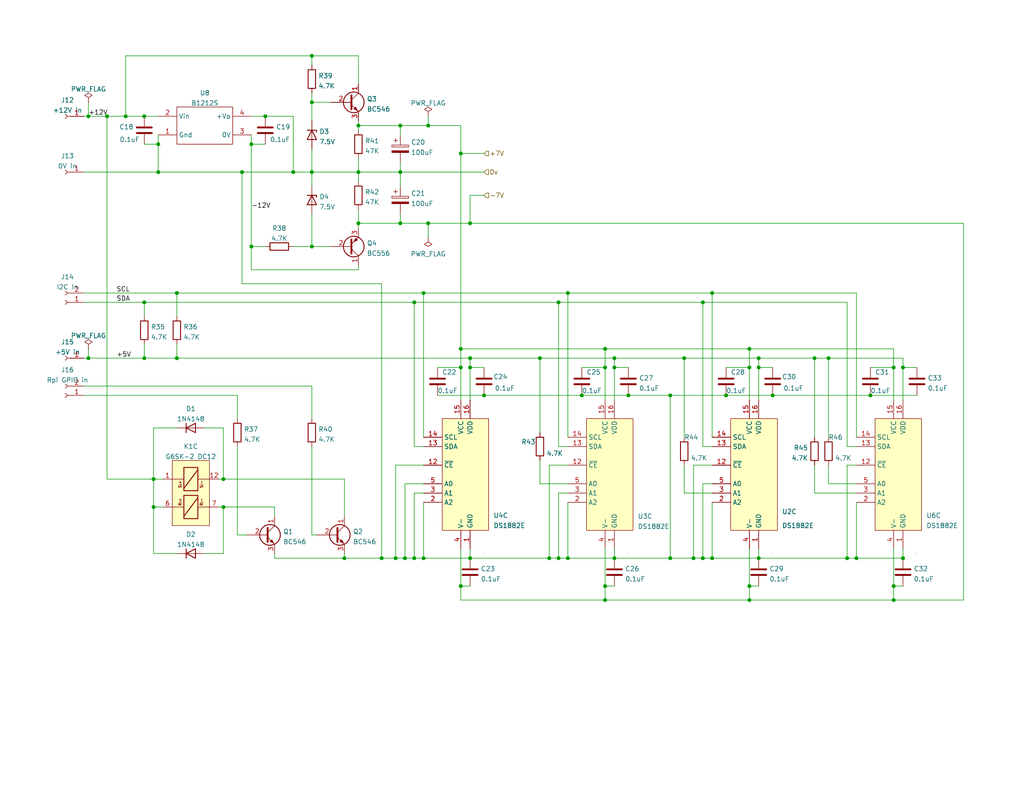
<source format=kicad_sch>
(kicad_sch (version 20211123) (generator eeschema)
  (paper "USLetter")
  (lib_symbols
    (symbol "Connector:Conn_01x01_Female" (pin_names (offset 1.016) hide)
      (property "Reference" "J" (at 0 2.54 0))
      (property "Value" "Conn_01x01_Female" (at 0 -2.54 0))
      (symbol "Conn_01x01_Female_1_1"
        (polyline (pts (xy -1.27 0) (xy -0.508 0)) (stroke (width 0.1524)))
        (arc (start 0 0.508) (mid -0.508 0) (end 0 -0.508) (stroke (width 0.1524)))
        (pin passive line (at -5.08 0 0) (length 3.81) (name "Pin_1") (number "1"))
      )
    )
    (symbol "Connector:Conn_01x02_Female" (pin_names (offset 1.016) hide)
      (property "Reference" "J" (at 0 2.54 0))
      (property "Value" "Conn_01x02_Female" (at 0 -5.08 0))
      (symbol "Conn_01x02_Female_1_1"
        (arc (start 0 -2.032) (mid -0.508 -2.54) (end 0 -3.048) (stroke (width 0.1524)))
        (polyline (pts (xy -1.27 -2.54) (xy -0.508 -2.54)) (stroke (width 0.1524)))
        (polyline (pts (xy -1.27 0) (xy -0.508 0)) (stroke (width 0.1524)))
        (arc (start 0 0.508) (mid -0.508 0) (end 0 -0.508) (stroke (width 0.1524)))
        (pin passive line (at -5.08 0 0) (length 3.81) (name "Pin_1") (number "1"))
        (pin passive line (at -5.08 -2.54 0) (length 3.81) (name "Pin_2") (number "2"))
      )
    )
    (symbol "Device:C" (pin_numbers hide) (pin_names (offset 0.254))
      (property "Reference" "C" (at 0.635 2.54 0))
      (property "Value" "C" (at 0.635 -2.54 0))
      (symbol "C_0_1"
        (polyline (pts (xy -2.032 -0.762) (xy 2.032 -0.762)) (stroke (width 0.508)))
        (polyline (pts (xy -2.032 0.762) (xy 2.032 0.762)) (stroke (width 0.508)))
      )
      (symbol "C_1_1"
        (pin passive line (at 0 3.81 270) (length 2.794) (name "~") (number "1"))
        (pin passive line (at 0 -3.81 90) (length 2.794) (name "~") (number "2"))
      )
    )
    (symbol "Device:C_Polarized" (pin_numbers hide) (pin_names (offset 0.254))
      (property "Reference" "C" (at 0.635 2.54 0))
      (property "Value" "C_Polarized" (at 0.635 -2.54 0))
      (symbol "C_Polarized_0_1"
        (rectangle (start -2.286 0.508) (end 2.286 1.016))
        (polyline (pts (xy -1.778 2.286) (xy -0.762 2.286)))
        (polyline (pts (xy -1.27 2.794) (xy -1.27 1.778)))
        (rectangle (start 2.286 -0.508) (end -2.286 -1.016) (fill (type outline)))
      )
      (symbol "C_Polarized_1_1"
        (pin passive line (at 0 3.81 270) (length 2.794) (name "~") (number "1"))
        (pin passive line (at 0 -3.81 90) (length 2.794) (name "~") (number "2"))
      )
    )
    (symbol "Device:D" (pin_numbers hide) (pin_names (offset 1.016) hide)
      (property "Reference" "D" (at 0 2.54 0))
      (property "Value" "D" (at 0 -2.54 0))
      (symbol "D_0_1"
        (polyline (pts (xy -1.27 1.27) (xy -1.27 -1.27)) (stroke (width 0.254)))
        (polyline (pts (xy 1.27 0) (xy -1.27 0)))
        (polyline (pts (xy 1.27 1.27) (xy 1.27 -1.27) (xy -1.27 0) (xy 1.27 1.27)) (stroke (width 0.254)))
      )
      (symbol "D_1_1"
        (pin passive line (at -3.81 0 0) (length 2.54) (name "K") (number "1"))
        (pin passive line (at 3.81 0 180) (length 2.54) (name "A") (number "2"))
      )
    )
    (symbol "Device:D_Zener" (pin_numbers hide) (pin_names (offset 1.016) hide)
      (property "Reference" "D" (at 0 2.54 0))
      (property "Value" "D_Zener" (at 0 -2.54 0))
      (symbol "D_Zener_0_1"
        (polyline (pts (xy 1.27 0) (xy -1.27 0)))
        (polyline (pts (xy -1.27 -1.27) (xy -1.27 1.27) (xy -0.762 1.27)) (stroke (width 0.254)))
        (polyline (pts (xy 1.27 -1.27) (xy 1.27 1.27) (xy -1.27 0) (xy 1.27 -1.27)) (stroke (width 0.254)))
      )
      (symbol "D_Zener_1_1"
        (pin passive line (at -3.81 0 0) (length 2.54) (name "K") (number "1"))
        (pin passive line (at 3.81 0 180) (length 2.54) (name "A") (number "2"))
      )
    )
    (symbol "Device:Q_NPN_CBE" (pin_names (offset 0) hide)
      (property "Reference" "Q" (at 5.08 1.27 0))
      (property "Value" "Q_NPN_CBE" (at 5.08 -1.27 0))
      (symbol "Q_NPN_CBE_0_1"
        (polyline (pts (xy 0.635 0.635) (xy 2.54 2.54)))
        (polyline (pts (xy 0.635 -0.635) (xy 2.54 -2.54) (xy 2.54 -2.54)))
        (polyline (pts (xy 0.635 1.905) (xy 0.635 -1.905) (xy 0.635 -1.905)) (stroke (width 0.508)))
        (polyline (pts (xy 1.27 -1.778) (xy 1.778 -1.27) (xy 2.286 -2.286) (xy 1.27 -1.778) (xy 1.27 -1.778)) (fill (type outline)))
        (circle (center 1.27 0) (radius 2.8194) (stroke (width 0.254)))
      )
      (symbol "Q_NPN_CBE_1_1"
        (pin passive line (at 2.54 5.08 270) (length 2.54) (name "C") (number "1"))
        (pin input line (at -5.08 0 0) (length 5.715) (name "B") (number "2"))
        (pin passive line (at 2.54 -5.08 90) (length 2.54) (name "E") (number "3"))
      )
    )
    (symbol "Device:R" (pin_numbers hide) (pin_names (offset 0))
      (property "Reference" "R" (at 2.032 0 90))
      (property "Value" "R" (at 0 0 90))
      (symbol "R_0_1"
        (rectangle (start -1.016 -2.54) (end 1.016 2.54) (stroke (width 0.254)))
      )
      (symbol "R_1_1"
        (pin passive line (at 0 3.81 270) (length 1.27) (name "~") (number "1"))
        (pin passive line (at 0 -3.81 90) (length 1.27) (name "~") (number "2"))
      )
    )
    (symbol "My_Extras:B1212S"
      (property "Reference" "U" (at 0 -8.89 0))
      (property "Value" "B1212S" (at 0 6.35 0))
      (symbol "B1212S_0_1"
        (rectangle (start -7.62 3.81) (end 7.62 -6.35))
      )
      (symbol "B1212S_1_1"
        (pin power_in line (at -12.7 -3.81 0) (length 5.08) (name "Gnd") (number "1"))
        (pin power_in line (at -12.7 1.27 0) (length 5.08) (name "Vin") (number "2"))
        (pin power_out line (at 12.7 -3.81 180) (length 5.08) (name "0V") (number "3"))
        (pin power_out line (at 12.7 1.27 180) (length 5.08) (name "+Vo") (number "4"))
      )
    )
    (symbol "My_Extras:DS1882E"
      (property "Reference" "U" (at 2.54 17.78 0))
      (property "Value" "DS1882E" (at 7.62 -17.78 0))
      (symbol "DS1882E_0_1"
        (rectangle (start 3.81 -21.59) (end 3.81 -21.59))
      )
      (symbol "DS1882E_1_1"
        (rectangle (start -5.334 5.08) (end 2.286 -5.08) (fill (type background)))
        (rectangle (start -3.048 1.524) (end -2.032 -1.778) (stroke (width 0.1)))
        (polyline (pts (xy -2.54 -1.778) (xy -2.54 -2.286)) (stroke (width 0.1)))
        (polyline (pts (xy -2.54 1.524) (xy -2.54 2.032)) (stroke (width 0.1)))
        (polyline (pts (xy -2.032 0) (xy -1.778 -0.254)) (stroke (width 0.1)))
        (polyline (pts (xy -2.032 0) (xy -1.778 0.254)) (stroke (width 0.1)))
        (polyline (pts (xy -0.762 0) (xy -2.032 0)) (stroke (width 0.1)))
        (pin passive line (at 7.62 0 180) (length 5.08) (name "W0") (number "6"))
        (pin passive line (at -2.54 -10.16 90) (length 5.08) (name "L0") (number "7"))
        (pin passive line (at -2.54 10.16 270) (length 5.08) (name "H0") (number "8"))
      )
      (symbol "DS1882E_2_1"
        (rectangle (start -5.334 5.08) (end 2.286 -5.08) (fill (type background)))
        (rectangle (start -3.048 1.524) (end -2.032 -1.778) (stroke (width 0.1)))
        (polyline (pts (xy -2.54 -1.778) (xy -2.54 -2.286)) (stroke (width 0.1)))
        (polyline (pts (xy -2.54 1.524) (xy -2.54 2.032)) (stroke (width 0.1)))
        (polyline (pts (xy -2.032 0) (xy -1.778 -0.254)) (stroke (width 0.1)))
        (polyline (pts (xy -2.032 0) (xy -1.778 0.254)) (stroke (width 0.1)))
        (polyline (pts (xy -0.762 0) (xy -2.032 0)) (stroke (width 0.1)))
        (pin passive line (at -2.54 10.16 270) (length 5.08) (name "H1") (number "10"))
        (pin passive line (at 7.62 0 180) (length 5.08) (name "W1") (number "11"))
        (pin passive line (at -2.54 -10.16 90) (length 5.08) (name "L1") (number "9"))
      )
      (symbol "DS1882E_3_1"
        (rectangle (start -7.62 15.24) (end 5.08 -15.24) (fill (type background)))
        (pin power_in line (at 0 -20.32 90) (length 5.08) (name "GND") (number "1"))
        (pin input line (at -12.7 2.54 0) (length 5.08) (name "~{CE}") (number "12"))
        (pin input line (at -12.7 7.62 0) (length 5.08) (name "SDA") (number "13"))
        (pin input line (at -12.7 10.16 0) (length 5.08) (name "SCL") (number "14"))
        (pin power_in line (at -2.54 20.32 270) (length 5.08) (name "VCC") (number "15"))
        (pin power_in line (at 0 20.32 270) (length 5.08) (name "VDD") (number "16"))
        (pin input line (at -12.7 -7.62 0) (length 5.08) (name "A2") (number "2"))
        (pin input line (at -12.7 -5.08 0) (length 5.08) (name "A1") (number "3"))
        (pin power_in line (at -2.54 -20.32 90) (length 5.08) (name "V-") (number "4"))
        (pin input line (at -12.7 -2.54 0) (length 5.08) (name "A0") (number "5"))
      )
    )
    (symbol "My_Extras:G6SK-2"
      (property "Reference" "K" (at 2.54 10.16 0))
      (property "Value" "G6SK-2" (at 2.54 -12.7 0))
      (symbol "G6SK-2_1_1"
        (rectangle (start -5.08 5.08) (end 5.08 -5.08) (stroke (width 0.254)) (fill (type background)))
        (polyline (pts (xy 2.54 0) (xy -3.81 1.905)) (stroke (width 0.508)))
        (polyline (pts (xy 2.54 0) (xy 5.08 0)))
        (polyline (pts (xy -5.08 -2.54) (xy -2.54 -2.54) (xy -3.175 -1.905) (xy -3.81 -2.54)))
        (polyline (pts (xy -5.08 2.54) (xy -2.54 2.54) (xy -3.175 1.905) (xy -3.81 2.54)) (fill (type outline)))
        (pin passive line (at -7.62 2.54 0) (length 2.54) (name "~") (number "3"))
        (pin passive line (at 7.62 0 180) (length 2.54) (name "~") (number "4"))
        (pin passive line (at -7.62 -2.54 0) (length 2.54) (name "~") (number "5"))
      )
      (symbol "G6SK-2_2_1"
        (rectangle (start -5.08 5.08) (end 5.08 -5.08) (stroke (width 0.254)) (fill (type background)))
        (polyline (pts (xy 2.54 0) (xy -3.81 1.905)) (stroke (width 0.508)))
        (polyline (pts (xy 2.54 0) (xy 5.08 0)))
        (polyline (pts (xy -5.08 -2.54) (xy -2.54 -2.54) (xy -3.175 -1.905) (xy -3.81 -2.54)))
        (polyline (pts (xy -5.08 2.54) (xy -2.54 2.54) (xy -3.175 1.905) (xy -3.81 2.54)) (fill (type outline)))
        (pin passive line (at -7.62 2.54 0) (length 2.54) (name "~") (number "10"))
        (pin passive line (at -7.62 -2.54 0) (length 2.54) (name "~") (number "8"))
        (pin passive line (at 7.62 0 180) (length 2.54) (name "~") (number "9"))
      )
      (symbol "G6SK-2_3_0"
        (text "R:+" (at -2.921 -3.683 900) (effects (font (size 0.762 0.762))))
        (text "R:-" (at 2.921 -3.683 900) (effects (font (size 0.762 0.762))))
        (text "S:+" (at -2.921 1.143 900) (effects (font (size 0.762 0.762))))
        (text "S:-" (at 2.921 1.143 900) (effects (font (size 0.762 0.762))))
      )
      (symbol "G6SK-2_3_1"
        (rectangle (start -5.08 7.62) (end 5.08 -10.16) (fill (type background)))
        (polyline (pts (xy -5.08 -5.08) (xy -1.905 -5.08)))
        (polyline (pts (xy -5.08 2.54) (xy -1.905 2.54)))
        (polyline (pts (xy 1.905 -2.54) (xy -1.905 -7.62)) (stroke (width 0.254)))
        (polyline (pts (xy 1.905 5.08) (xy -1.905 0)) (stroke (width 0.254)))
        (polyline (pts (xy 5.08 -5.08) (xy 1.905 -5.08)))
        (polyline (pts (xy 5.08 2.54) (xy 1.905 2.54)))
        (rectangle (start 1.905 -8.255) (end -1.905 -1.905) (stroke (width 0.254)))
        (rectangle (start 1.905 -0.635) (end -1.905 5.715) (stroke (width 0.254)))
        (pin passive line (at -7.62 2.54 0) (length 2.54) (name "~") (number "1"))
        (pin passive line (at 7.62 2.54 180) (length 2.54) (name "~") (number "12"))
        (pin passive line (at -7.62 -5.08 0) (length 2.54) (name "~") (number "6"))
        (pin passive line (at 7.62 -5.08 180) (length 2.54) (name "~") (number "7"))
      )
    )
    (symbol "Transistor_BJT:BC556" (pin_names (offset 0) hide)
      (property "Reference" "Q" (at 5.08 1.905 0))
      (property "Value" "BC556" (at 5.08 0 0))
      (symbol "BC556_0_1"
        (polyline (pts (xy 0.635 0.635) (xy 2.54 2.54)))
        (polyline (pts (xy 0.635 -0.635) (xy 2.54 -2.54) (xy 2.54 -2.54)))
        (polyline (pts (xy 0.635 1.905) (xy 0.635 -1.905) (xy 0.635 -1.905)) (stroke (width 0.508)))
        (polyline (pts (xy 2.286 -1.778) (xy 1.778 -2.286) (xy 1.27 -1.27) (xy 2.286 -1.778) (xy 2.286 -1.778)) (fill (type outline)))
        (circle (center 1.27 0) (radius 2.8194) (stroke (width 0.254)))
      )
      (symbol "BC556_1_1"
        (pin passive line (at 2.54 5.08 270) (length 2.54) (name "C") (number "1"))
        (pin input line (at -5.08 0 0) (length 5.715) (name "B") (number "2"))
        (pin passive line (at 2.54 -5.08 90) (length 2.54) (name "E") (number "3"))
      )
    )
    (symbol "power:PWR_FLAG" (power) (pin_numbers hide) (pin_names (offset 0) hide)
      (property "Value" "PWR_FLAG" (at 0 3.81 0))
      (symbol "PWR_FLAG_0_0"
        (pin power_out line (at 0 0 90) (length 0) (name "pwr") (number "1"))
      )
      (symbol "PWR_FLAG_0_1"
        (polyline (pts (xy 0 0) (xy 0 1.27) (xy -1.016 1.905) (xy 0 2.54) (xy 1.016 1.905) (xy 0 1.27)))
      )
    )
  )
  (junction (at 210.82 107.95))
  (junction (at 207.01 97.79))
  (junction (at 125.73 41.91))
  (junction (at 34.29 31.75))
  (junction (at 39.37 82.55))
  (junction (at 128.27 100.33))
  (junction (at 109.22 46.99))
  (junction (at 207.01 152.4))
  (junction (at 43.18 46.99))
  (junction (at 147.32 97.79))
  (junction (at 194.31 152.4))
  (junction (at 222.25 97.79))
  (junction (at 93.98 152.4))
  (junction (at 149.86 152.4))
  (junction (at 165.1 163.83))
  (junction (at 182.88 152.4))
  (junction (at 171.45 107.95))
  (junction (at 48.26 97.79))
  (junction (at 68.58 67.31))
  (junction (at 204.47 95.25))
  (junction (at 85.09 27.94))
  (junction (at 85.09 46.99))
  (junction (at 24.13 31.75))
  (junction (at 125.73 95.25))
  (junction (at 39.37 31.75))
  (junction (at 204.47 160.02))
  (junction (at 66.04 46.99))
  (junction (at 243.84 163.83))
  (junction (at 97.79 60.96))
  (junction (at 113.03 152.4))
  (junction (at 154.94 152.4))
  (junction (at 97.79 34.29))
  (junction (at 194.31 80.01))
  (junction (at 97.79 46.99))
  (junction (at 115.57 80.01))
  (junction (at 189.23 152.4))
  (junction (at 110.49 152.4))
  (junction (at 198.12 107.95))
  (junction (at 167.64 152.4))
  (junction (at 68.58 39.37))
  (junction (at 128.27 60.96))
  (junction (at 116.84 60.96))
  (junction (at 165.1 100.33))
  (junction (at 29.21 31.75))
  (junction (at 39.37 97.79))
  (junction (at 243.84 100.33))
  (junction (at 186.69 97.79))
  (junction (at 191.77 152.4))
  (junction (at 132.08 107.95))
  (junction (at 167.64 97.79))
  (junction (at 165.1 95.25))
  (junction (at 237.49 107.95))
  (junction (at 115.57 152.4))
  (junction (at 80.01 46.99))
  (junction (at 113.03 82.55))
  (junction (at 246.38 100.33))
  (junction (at 109.22 34.29))
  (junction (at 182.88 107.95))
  (junction (at 231.14 152.4))
  (junction (at 191.77 82.55))
  (junction (at 154.94 80.01))
  (junction (at 116.84 34.29))
  (junction (at 41.91 130.81))
  (junction (at 24.13 97.79))
  (junction (at 85.09 15.24))
  (junction (at 60.96 130.81))
  (junction (at 165.1 160.02))
  (junction (at 125.73 160.02))
  (junction (at 246.38 152.4))
  (junction (at 233.68 152.4))
  (junction (at 226.06 97.79))
  (junction (at 167.64 100.33))
  (junction (at 204.47 163.83))
  (junction (at 152.4 82.55))
  (junction (at 41.91 138.43))
  (junction (at 109.22 60.96))
  (junction (at 128.27 152.4))
  (junction (at 207.01 100.33))
  (junction (at 48.26 80.01))
  (junction (at 43.18 39.37))
  (junction (at 204.47 100.33))
  (junction (at 243.84 160.02))
  (junction (at 104.14 152.4))
  (junction (at 60.96 138.43))
  (junction (at 72.39 31.75))
  (junction (at 158.75 107.95))
  (junction (at 107.95 152.4))
  (junction (at 125.73 100.33))
  (junction (at 152.4 152.4))
  (junction (at 128.27 97.79))
  (junction (at 85.09 67.31))
  (wire (pts (xy 194.31 132.08) (xy 191.77 132.08)))
  (wire (pts (xy 154.94 80.01) (xy 194.31 80.01)))
  (wire (pts (xy 115.57 152.4) (xy 113.03 152.4)))
  (wire (pts (xy 128.27 109.22) (xy 128.27 100.33)))
  (wire (pts (xy 233.68 134.62) (xy 222.25 134.62)))
  (wire (pts (xy 85.09 15.24) (xy 34.29 15.24)))
  (wire (pts (xy 233.68 137.16) (xy 233.68 152.4)))
  (wire (pts (xy 152.4 82.55) (xy 191.77 82.55)))
  (wire (pts (xy 80.01 46.99) (xy 85.09 46.99)))
  (wire (pts (xy 109.22 60.96) (xy 97.79 60.96)))
  (wire (pts (xy 74.93 152.4) (xy 93.98 152.4)))
  (wire (pts (xy 128.27 97.79) (xy 147.32 97.79)))
  (wire (pts (xy 222.25 127) (xy 222.25 134.62)))
  (wire (pts (xy 182.88 107.95) (xy 182.88 152.4)))
  (wire (pts (xy 85.09 33.02) (xy 85.09 27.94)))
  (wire (pts (xy 41.91 116.84) (xy 48.26 116.84)))
  (wire (pts (xy 107.95 127) (xy 115.57 127)))
  (wire (pts (xy 246.38 100.33) (xy 246.38 109.22)))
  (wire (pts (xy 24.13 31.75) (xy 29.21 31.75)))
  (wire (pts (xy 182.88 152.4) (xy 189.23 152.4)))
  (wire (pts (xy 207.01 97.79) (xy 207.01 100.33)))
  (wire (pts (xy 39.37 93.98) (xy 39.37 97.79)))
  (wire (pts (xy 204.47 149.86) (xy 204.47 160.02)))
  (wire (pts (xy 109.22 58.42) (xy 109.22 60.96)))
  (wire (pts (xy 125.73 95.25) (xy 165.1 95.25)))
  (wire (pts (xy 154.94 137.16) (xy 154.94 152.4)))
  (wire (pts (xy 60.96 138.43) (xy 74.93 138.43)))
  (wire (pts (xy 147.32 97.79) (xy 167.64 97.79)))
  (wire (pts (xy 90.17 67.31) (xy 85.09 67.31)))
  (wire (pts (xy 165.1 163.83) (xy 204.47 163.83)))
  (wire (pts (xy 125.73 41.91) (xy 125.73 34.29)))
  (wire (pts (xy 85.09 67.31) (xy 85.09 58.42)))
  (wire (pts (xy 116.84 31.75) (xy 116.84 34.29)))
  (wire (pts (xy 191.77 82.55) (xy 231.14 82.55)))
  (wire (pts (xy 48.26 93.98) (xy 48.26 97.79)))
  (wire (pts (xy 243.84 95.25) (xy 243.84 100.33)))
  (wire (pts (xy 119.38 107.95) (xy 132.08 107.95)))
  (wire (pts (xy 158.75 107.95) (xy 132.08 107.95)))
  (wire (pts (xy 207.01 97.79) (xy 222.25 97.79)))
  (wire (pts (xy 182.88 107.95) (xy 171.45 107.95)))
  (wire (pts (xy 207.01 152.4) (xy 231.14 152.4)))
  (wire (pts (xy 60.96 151.13) (xy 60.96 138.43)))
  (wire (pts (xy 207.01 160.02) (xy 204.47 160.02)))
  (wire (pts (xy 48.26 86.36) (xy 48.26 80.01)))
  (wire (pts (xy 115.57 80.01) (xy 115.57 119.38)))
  (wire (pts (xy 72.39 31.75) (xy 68.58 31.75)))
  (wire (pts (xy 222.25 119.38) (xy 222.25 97.79)))
  (wire (pts (xy 125.73 163.83) (xy 125.73 160.02)))
  (wire (pts (xy 152.4 134.62) (xy 152.4 152.4)))
  (wire (pts (xy 147.32 118.11) (xy 147.32 97.79)))
  (wire (pts (xy 55.88 151.13) (xy 60.96 151.13)))
  (wire (pts (xy 194.31 80.01) (xy 233.68 80.01)))
  (wire (pts (xy 262.89 163.83) (xy 243.84 163.83)))
  (wire (pts (xy 194.31 127) (xy 189.23 127)))
  (wire (pts (xy 226.06 127) (xy 226.06 132.08)))
  (wire (pts (xy 74.93 140.97) (xy 74.93 138.43)))
  (wire (pts (xy 113.03 152.4) (xy 110.49 152.4)))
  (wire (pts (xy 109.22 46.99) (xy 109.22 50.8)))
  (wire (pts (xy 149.86 152.4) (xy 152.4 152.4)))
  (wire (pts (xy 97.79 43.18) (xy 97.79 46.99)))
  (wire (pts (xy 115.57 137.16) (xy 115.57 152.4)))
  (wire (pts (xy 128.27 152.4) (xy 115.57 152.4)))
  (wire (pts (xy 64.77 146.05) (xy 67.31 146.05)))
  (wire (pts (xy 231.14 127) (xy 231.14 152.4)))
  (wire (pts (xy 59.69 138.43) (xy 60.96 138.43)))
  (wire (pts (xy 85.09 105.41) (xy 22.86 105.41)))
  (wire (pts (xy 48.26 97.79) (xy 128.27 97.79)))
  (wire (pts (xy 149.86 127) (xy 149.86 152.4)))
  (wire (pts (xy 246.38 97.79) (xy 246.38 100.33)))
  (wire (pts (xy 110.49 132.08) (xy 110.49 152.4)))
  (wire (pts (xy 66.04 46.99) (xy 80.01 46.99)))
  (wire (pts (xy 128.27 53.34) (xy 128.27 60.96)))
  (wire (pts (xy 165.1 95.25) (xy 204.47 95.25)))
  (wire (pts (xy 24.13 27.94) (xy 24.13 31.75)))
  (wire (pts (xy 233.68 152.4) (xy 246.38 152.4)))
  (wire (pts (xy 34.29 15.24) (xy 34.29 31.75)))
  (wire (pts (xy 147.32 125.73) (xy 147.32 132.08)))
  (wire (pts (xy 43.18 46.99) (xy 66.04 46.99)))
  (wire (pts (xy 128.27 149.86) (xy 128.27 152.4)))
  (wire (pts (xy 233.68 80.01) (xy 233.68 119.38)))
  (wire (pts (xy 152.4 134.62) (xy 154.94 134.62)))
  (wire (pts (xy 119.38 100.33) (xy 125.73 100.33)))
  (wire (pts (xy 154.94 127) (xy 149.86 127)))
  (wire (pts (xy 64.77 121.92) (xy 64.77 146.05)))
  (wire (pts (xy 125.73 163.83) (xy 165.1 163.83)))
  (wire (pts (xy 116.84 64.77) (xy 116.84 60.96)))
  (wire (pts (xy 41.91 138.43) (xy 41.91 151.13)))
  (wire (pts (xy 243.84 160.02) (xy 243.84 163.83)))
  (wire (pts (xy 85.09 46.99) (xy 97.79 46.99)))
  (wire (pts (xy 204.47 95.25) (xy 243.84 95.25)))
  (wire (pts (xy 128.27 100.33) (xy 128.27 97.79)))
  (wire (pts (xy 22.86 107.95) (xy 64.77 107.95)))
  (wire (pts (xy 80.01 67.31) (xy 85.09 67.31)))
  (wire (pts (xy 186.69 119.38) (xy 186.69 97.79)))
  (wire (pts (xy 167.64 152.4) (xy 182.88 152.4)))
  (wire (pts (xy 85.09 105.41) (xy 85.09 114.3)))
  (wire (pts (xy 74.93 151.13) (xy 74.93 152.4)))
  (wire (pts (xy 165.1 100.33) (xy 158.75 100.33)))
  (wire (pts (xy 116.84 34.29) (xy 125.73 34.29)))
  (wire (pts (xy 72.39 39.37) (xy 68.58 39.37)))
  (wire (pts (xy 116.84 60.96) (xy 128.27 60.96)))
  (wire (pts (xy 97.79 62.23) (xy 97.79 60.96)))
  (wire (pts (xy 29.21 31.75) (xy 34.29 31.75)))
  (wire (pts (xy 233.68 132.08) (xy 226.06 132.08)))
  (wire (pts (xy 113.03 121.92) (xy 113.03 82.55)))
  (wire (pts (xy 97.79 22.86) (xy 97.79 15.24)))
  (wire (pts (xy 194.31 134.62) (xy 186.69 134.62)))
  (wire (pts (xy 191.77 152.4) (xy 194.31 152.4)))
  (wire (pts (xy 109.22 46.99) (xy 132.08 46.99)))
  (wire (pts (xy 107.95 152.4) (xy 107.95 127)))
  (wire (pts (xy 80.01 31.75) (xy 72.39 31.75)))
  (wire (pts (xy 165.1 149.86) (xy 165.1 160.02)))
  (wire (pts (xy 128.27 60.96) (xy 262.89 60.96)))
  (wire (pts (xy 41.91 138.43) (xy 41.91 130.81)))
  (wire (pts (xy 158.75 107.95) (xy 171.45 107.95)))
  (wire (pts (xy 194.31 80.01) (xy 194.31 119.38)))
  (wire (pts (xy 186.69 97.79) (xy 207.01 97.79)))
  (wire (pts (xy 246.38 160.02) (xy 243.84 160.02)))
  (wire (pts (xy 48.26 80.01) (xy 22.86 80.01)))
  (wire (pts (xy 60.96 130.81) (xy 93.98 130.81)))
  (wire (pts (xy 113.03 134.62) (xy 113.03 152.4)))
  (wire (pts (xy 109.22 34.29) (xy 116.84 34.29)))
  (wire (pts (xy 194.31 121.92) (xy 191.77 121.92)))
  (wire (pts (xy 226.06 119.38) (xy 226.06 97.79)))
  (wire (pts (xy 191.77 132.08) (xy 191.77 152.4)))
  (wire (pts (xy 210.82 100.33) (xy 207.01 100.33)))
  (wire (pts (xy 154.94 80.01) (xy 154.94 119.38)))
  (wire (pts (xy 64.77 107.95) (xy 64.77 114.3)))
  (wire (pts (xy 41.91 130.81) (xy 41.91 116.84)))
  (wire (pts (xy 165.1 95.25) (xy 165.1 100.33)))
  (wire (pts (xy 115.57 80.01) (xy 48.26 80.01)))
  (wire (pts (xy 128.27 152.4) (xy 149.86 152.4)))
  (wire (pts (xy 233.68 127) (xy 231.14 127)))
  (wire (pts (xy 22.86 31.75) (xy 24.13 31.75)))
  (wire (pts (xy 85.09 27.94) (xy 85.09 25.4)))
  (wire (pts (xy 167.64 100.33) (xy 167.64 97.79)))
  (wire (pts (xy 237.49 107.95) (xy 250.19 107.95)))
  (wire (pts (xy 152.4 152.4) (xy 154.94 152.4)))
  (wire (pts (xy 60.96 130.81) (xy 60.96 116.84)))
  (wire (pts (xy 115.57 132.08) (xy 110.49 132.08)))
  (wire (pts (xy 93.98 151.13) (xy 93.98 152.4)))
  (wire (pts (xy 39.37 86.36) (xy 39.37 82.55)))
  (wire (pts (xy 132.08 53.34) (xy 128.27 53.34)))
  (wire (pts (xy 34.29 31.75) (xy 39.37 31.75)))
  (wire (pts (xy 128.27 160.02) (xy 125.73 160.02)))
  (wire (pts (xy 39.37 31.75) (xy 43.18 31.75)))
  (wire (pts (xy 231.14 152.4) (xy 233.68 152.4)))
  (wire (pts (xy 104.14 77.47) (xy 66.04 77.47)))
  (wire (pts (xy 226.06 97.79) (xy 246.38 97.79)))
  (wire (pts (xy 43.18 46.99) (xy 43.18 39.37)))
  (wire (pts (xy 68.58 73.66) (xy 68.58 67.31)))
  (wire (pts (xy 43.18 39.37) (xy 43.18 36.83)))
  (wire (pts (xy 93.98 152.4) (xy 104.14 152.4)))
  (wire (pts (xy 60.96 116.84) (xy 55.88 116.84)))
  (wire (pts (xy 194.31 152.4) (xy 207.01 152.4)))
  (wire (pts (xy 167.64 97.79) (xy 186.69 97.79)))
  (wire (pts (xy 41.91 151.13) (xy 48.26 151.13)))
  (wire (pts (xy 165.1 100.33) (xy 165.1 109.22)))
  (wire (pts (xy 125.73 95.25) (xy 125.73 100.33)))
  (wire (pts (xy 44.45 130.81) (xy 41.91 130.81)))
  (wire (pts (xy 85.09 121.92) (xy 85.09 146.05)))
  (wire (pts (xy 237.49 107.95) (xy 210.82 107.95)))
  (wire (pts (xy 44.45 138.43) (xy 41.91 138.43)))
  (wire (pts (xy 104.14 152.4) (xy 107.95 152.4)))
  (wire (pts (xy 90.17 27.94) (xy 85.09 27.94)))
  (wire (pts (xy 29.21 130.81) (xy 41.91 130.81)))
  (wire (pts (xy 86.36 146.05) (xy 85.09 146.05)))
  (wire (pts (xy 222.25 97.79) (xy 226.06 97.79)))
  (wire (pts (xy 109.22 60.96) (xy 116.84 60.96)))
  (wire (pts (xy 39.37 82.55) (xy 113.03 82.55)))
  (wire (pts (xy 167.64 160.02) (xy 165.1 160.02)))
  (wire (pts (xy 194.31 137.16) (xy 194.31 152.4)))
  (wire (pts (xy 204.47 95.25) (xy 204.47 100.33)))
  (wire (pts (xy 204.47 100.33) (xy 204.47 109.22)))
  (wire (pts (xy 189.23 152.4) (xy 191.77 152.4)))
  (wire (pts (xy 191.77 82.55) (xy 191.77 121.92)))
  (wire (pts (xy 115.57 134.62) (xy 113.03 134.62)))
  (wire (pts (xy 66.04 77.47) (xy 66.04 46.99)))
  (wire (pts (xy 109.22 34.29) (xy 97.79 34.29)))
  (wire (pts (xy 97.79 60.96) (xy 97.79 57.15)))
  (wire (pts (xy 246.38 152.4) (xy 246.38 149.86)))
  (wire (pts (xy 29.21 31.75) (xy 29.21 130.81)))
  (wire (pts (xy 68.58 39.37) (xy 68.58 67.31)))
  (wire (pts (xy 93.98 130.81) (xy 93.98 140.97)))
  (wire (pts (xy 132.08 100.33) (xy 128.27 100.33)))
  (wire (pts (xy 165.1 160.02) (xy 165.1 163.83)))
  (wire (pts (xy 154.94 121.92) (xy 152.4 121.92)))
  (wire (pts (xy 60.96 130.81) (xy 59.69 130.81)))
  (wire (pts (xy 39.37 39.37) (xy 43.18 39.37)))
  (wire (pts (xy 97.79 73.66) (xy 68.58 73.66)))
  (wire (pts (xy 233.68 121.92) (xy 231.14 121.92)))
  (wire (pts (xy 204.47 160.02) (xy 204.47 163.83)))
  (wire (pts (xy 186.69 127) (xy 186.69 134.62)))
  (wire (pts (xy 85.09 46.99) (xy 85.09 40.64)))
  (wire (pts (xy 132.08 41.91) (xy 125.73 41.91)))
  (wire (pts (xy 152.4 121.92) (xy 152.4 82.55)))
  (wire (pts (xy 167.64 100.33) (xy 171.45 100.33)))
  (wire (pts (xy 167.64 100.33) (xy 167.64 109.22)))
  (wire (pts (xy 207.01 149.86) (xy 207.01 152.4)))
  (wire (pts (xy 22.86 82.55) (xy 39.37 82.55)))
  (wire (pts (xy 154.94 152.4) (xy 167.64 152.4)))
  (wire (pts (xy 262.89 60.96) (xy 262.89 163.83)))
  (wire (pts (xy 68.58 36.83) (xy 68.58 39.37)))
  (wire (pts (xy 125.73 100.33) (xy 125.73 109.22)))
  (wire (pts (xy 113.03 82.55) (xy 152.4 82.55)))
  (wire (pts (xy 109.22 44.45) (xy 109.22 46.99)))
  (wire (pts (xy 80.01 46.99) (xy 80.01 31.75)))
  (wire (pts (xy 243.84 100.33) (xy 237.49 100.33)))
  (wire (pts (xy 72.39 67.31) (xy 68.58 67.31)))
  (wire (pts (xy 198.12 100.33) (xy 204.47 100.33)))
  (wire (pts (xy 147.32 132.08) (xy 154.94 132.08)))
  (wire (pts (xy 231.14 82.55) (xy 231.14 121.92)))
  (wire (pts (xy 97.79 72.39) (xy 97.79 73.66)))
  (wire (pts (xy 204.47 163.83) (xy 243.84 163.83)))
  (wire (pts (xy 97.79 15.24) (xy 85.09 15.24)))
  (wire (pts (xy 22.86 97.79) (xy 24.13 97.79)))
  (wire (pts (xy 39.37 97.79) (xy 48.26 97.79)))
  (wire (pts (xy 97.79 33.02) (xy 97.79 34.29)))
  (wire (pts (xy 125.73 41.91) (xy 125.73 95.25)))
  (wire (pts (xy 109.22 36.83) (xy 109.22 34.29)))
  (wire (pts (xy 115.57 121.92) (xy 113.03 121.92)))
  (wire (pts (xy 243.84 100.33) (xy 243.84 109.22)))
  (wire (pts (xy 207.01 100.33) (xy 207.01 109.22)))
  (wire (pts (xy 97.79 46.99) (xy 109.22 46.99)))
  (wire (pts (xy 246.38 100.33) (xy 250.19 100.33)))
  (wire (pts (xy 97.79 49.53) (xy 97.79 46.99)))
  (wire (pts (xy 198.12 107.95) (xy 182.88 107.95)))
  (wire (pts (xy 85.09 15.24) (xy 85.09 17.78)))
  (wire (pts (xy 24.13 95.25) (xy 24.13 97.79)))
  (wire (pts (xy 104.14 152.4) (xy 104.14 77.47)))
  (wire (pts (xy 24.13 97.79) (xy 39.37 97.79)))
  (wire (pts (xy 22.86 46.99) (xy 43.18 46.99)))
  (wire (pts (xy 97.79 34.29) (xy 97.79 35.56)))
  (wire (pts (xy 125.73 160.02) (xy 125.73 149.86)))
  (wire (pts (xy 198.12 107.95) (xy 210.82 107.95)))
  (wire (pts (xy 110.49 152.4) (xy 107.95 152.4)))
  (wire (pts (xy 189.23 152.4) (xy 189.23 127)))
  (wire (pts (xy 167.64 149.86) (xy 167.64 152.4)))
  (wire (pts (xy 115.57 80.01) (xy 154.94 80.01)))
  (wire (pts (xy 85.09 46.99) (xy 85.09 50.8)))
  (wire (pts (xy 243.84 149.86) (xy 243.84 160.02)))
  (label "SCL" (at 31.75 80.01 0))
  (label "+12V" (at 24.13 31.75 0))
  (label "-12V" (at 68.58 57.15 0))
  (label "SDA" (at 31.75 82.55 0))
  (label "+5V" (at 31.75 97.79 0))
  (hierarchical_label "-7V" (shape input) (at 132.08 53.34 0))
  (hierarchical_label "+7V" (shape input) (at 132.08 41.91 0))
  (hierarchical_label "0v" (shape input) (at 132.08 46.99 0))
  (symbol (lib_id "Device:C") (at 198.12 104.14 0) (unit 1)
    (property "Reference" "C28" (at 199.39 101.6 0) (effects (justify left)))
    (property "Value" "0.1uF" (at 198.12 106.68 0) (effects (justify left)))
    (property "Footprint" "Capacitor_SMD:C_0603_1608Metric_Pad1.08x0.95mm_HandSolder" (effects hide))
  )
  (symbol (lib_id "Device:R") (at 64.77 118.11 0) (unit 1)
    (property "Reference" "R37" (at 66.548 117.2015 0) (effects (justify left)))
    (property "Value" "4.7K" (at 66.548 119.9766 0) (effects (justify left)))
    (property "Footprint" "my_extras:R_Axial_DIN0207_L6.3mm_D2.5mm_P10.16mm_Horizontal" (effects hide))
  )
  (symbol (lib_id "Device:R") (at 48.26 90.17 0) (unit 1)
    (property "Reference" "R36" (at 50.038 89.2615 0) (effects (justify left)))
    (property "Value" "4.7K" (at 50.038 92.0366 0) (effects (justify left)))
    (property "Footprint" "my_extras:R_Axial_DIN0207_L6.3mm_D2.5mm_P10.16mm_Horizontal" (effects hide))
  )
  (symbol (lib_id "power:PWR_FLAG") (at 24.13 27.94 0) (unit 1)
    (property "Reference" "#FLG01" (effects hide))
    (property "Value" "PWR_FLAG" (at 24.13 24.3355 0))
  )
  (symbol (lib_id "Device:R") (at 76.2 67.31 90) (unit 1)
    (property "Reference" "R38" (at 76.2 62.3275 90))
    (property "Value" "4.7K" (at 76.2 65.1026 90))
    (property "Footprint" "my_extras:R_Axial_DIN0207_L6.3mm_D2.5mm_P10.16mm_Horizontal" (effects hide))
  )
  (symbol (lib_id "Device:C_Polarized") (at 109.22 40.64 0) (unit 1)
    (property "Reference" "C20" (at 112.141 38.8425 0) (effects (justify left)))
    (property "Value" "100uF" (at 112.141 41.6176 0) (effects (justify left)))
    (property "Footprint" "Capacitor_THT:CP_Radial_D6.3mm_P2.50mm" (effects hide))
  )
  (symbol (lib_id "Connector:Conn_01x01_Female") (at 17.78 97.79 180) (unit 1)
    (property "Reference" "J15" (at 18.415 93.3663 0))
    (property "Value" "+5V in" (at 18.415 96.1414 0))
    (property "Footprint" "Connector_Wire:SolderWire-0.5sqmm_1x01_D0.9mm_OD2.3mm" (effects hide))
  )
  (symbol (lib_id "Device:C") (at 119.38 104.14 0) (unit 1)
    (property "Reference" "C22" (at 120.65 101.6 0) (effects (justify left)))
    (property "Value" "0.1uF" (at 119.38 106.68 0) (effects (justify left)))
    (property "Footprint" "Capacitor_SMD:C_0603_1608Metric_Pad1.08x0.95mm_HandSolder" (effects hide))
  )
  (symbol (lib_id "Device:Q_NPN_CBE") (at 95.25 27.94 0) (unit 1)
    (property "Reference" "Q3" (at 100.1014 27.0315 0) (effects (justify left)))
    (property "Value" "BC546" (at 100.1014 29.8066 0) (effects (justify left)))
    (property "Footprint" "Package_TO_SOT_THT:TO-92_Inline" (effects hide))
  )
  (symbol (lib_id "Device:R") (at 186.69 123.19 0) (unit 1)
    (property "Reference" "R44" (at 186.69 119.38 0) (effects (justify left)))
    (property "Value" "4.7K" (at 188.468 125.0566 0) (effects (justify left)))
    (property "Footprint" "my_extras:R_Axial_DIN0207_L6.3mm_D2.5mm_P10.16mm_Horizontal" (effects hide))
  )
  (symbol (lib_id "Device:C") (at 39.37 35.56 0) (mirror y) (unit 1)
    (property "Reference" "C18" (at 36.449 34.6515 0) (effects (justify left)))
    (property "Value" "0.1uF" (at 38.1 38.1 0) (effects (justify left)))
    (property "Footprint" "Capacitor_SMD:C_0603_1608Metric_Pad1.08x0.95mm_HandSolder" (effects hide))
  )
  (symbol (lib_id "Device:R") (at 85.09 21.59 0) (unit 1)
    (property "Reference" "R39" (at 86.868 20.6815 0) (effects (justify left)))
    (property "Value" "4.7K" (at 86.868 23.4566 0) (effects (justify left)))
    (property "Footprint" "my_extras:R_Axial_DIN0207_L6.3mm_D2.5mm_P10.16mm_Horizontal" (effects hide))
  )
  (symbol (lib_id "Device:D_Zener") (at 85.09 36.83 270) (unit 1)
    (property "Reference" "D3" (at 87.122 35.9215 90) (effects (justify left)))
    (property "Value" "7.5V" (at 87.122 38.6966 90) (effects (justify left)))
    (property "Footprint" "Diode_THT:D_DO-35_SOD27_P10.16mm_Horizontal" (effects hide))
  )
  (symbol (lib_id "Connector:Conn_01x01_Female") (at 17.78 31.75 180) (unit 1)
    (property "Reference" "J12" (at 18.415 27.3263 0))
    (property "Value" "+12V in" (at 18.415 30.1014 0))
    (property "Footprint" "Connector_Wire:SolderWire-0.5sqmm_1x01_D0.9mm_OD2.3mm" (effects hide))
  )
  (symbol (lib_id "My_Extras:DS1882E") (at 167.64 129.54 0) (unit 3)
    (property "Reference" "U3" (at 173.99 140.97 0) (effects (justify left)))
    (property "Value" "DS1882E" (at 173.99 143.7451 0) (effects (justify left)))
    (property "Footprint" "Package_SO:TSSOP-16_4.4x5mm_P0.65mm" (effects hide))
    (property "Datasheet" "https://datasheets.maximintegrated.com/en/ds/DS1882.pdf" (effects hide))
  )
  (symbol (lib_id "My_Extras:DS1882E") (at 246.38 129.54 0) (unit 3)
    (property "Reference" "U6" (at 252.73 140.7349 0) (effects (justify left)))
    (property "Value" "DS1882E" (at 252.73 143.51 0) (effects (justify left)))
    (property "Footprint" "Package_SO:TSSOP-16_4.4x5mm_P0.65mm" (effects hide))
    (property "Datasheet" "https://datasheets.maximintegrated.com/en/ds/DS1882.pdf" (effects hide))
  )
  (symbol (lib_id "Device:D") (at 52.07 116.84 0) (unit 1)
    (property "Reference" "D1" (at 52.07 111.6035 0))
    (property "Value" "1N4148" (at 52.07 114.3786 0))
    (property "Footprint" "Diode_THT:D_DO-35_SOD27_P7.62mm_Horizontal" (effects hide))
  )
  (symbol (lib_id "Connector:Conn_01x02_Female") (at 17.78 107.95 180) (unit 1)
    (property "Reference" "J16" (at 18.415 100.9863 0))
    (property "Value" "Rpi GPIO in" (at 18.415 103.7614 0))
    (property "Footprint" "Connector_Wire:SolderWire-0.1sqmm_1x02_P3.6mm_D0.4mm_OD1mm" (effects hide))
  )
  (symbol (lib_id "My_Extras:G6SK-2") (at 52.07 133.35 0) (unit 3)
    (property "Reference" "K1" (at 52.07 121.8905 0))
    (property "Value" "G6SK-2 DC12" (at 52.07 124.6656 0))
    (property "Footprint" "Relay_THT:Relay_DPDT_Kemet_EC2_DoubleCoil" (effects hide))
    (property "Datasheet" "http://omronfs.omron.com/en_US/ecb/products/pdf/en-g6s.pdf" (effects hide))
  )
  (symbol (lib_id "Device:R") (at 85.09 118.11 0) (unit 1)
    (property "Reference" "R40" (at 86.868 117.2015 0) (effects (justify left)))
    (property "Value" "4.7K" (at 86.868 119.9766 0) (effects (justify left)))
    (property "Footprint" "my_extras:R_Axial_DIN0207_L6.3mm_D2.5mm_P10.16mm_Horizontal" (effects hide))
  )
  (symbol (lib_id "Device:C") (at 250.19 104.14 0) (unit 1)
    (property "Reference" "C33" (at 253.111 103.2315 0) (effects (justify left)))
    (property "Value" "0.1uF" (at 253.111 106.0066 0) (effects (justify left)))
    (property "Footprint" "Capacitor_SMD:C_0603_1608Metric_Pad1.08x0.95mm_HandSolder" (effects hide))
  )
  (symbol (lib_id "Device:Q_NPN_CBE") (at 91.44 146.05 0) (unit 1)
    (property "Reference" "Q2" (at 96.2914 145.1415 0) (effects (justify left)))
    (property "Value" "BC546" (at 96.2914 147.9166 0) (effects (justify left)))
    (property "Footprint" "Package_TO_SOT_THT:TO-92_Inline" (effects hide))
  )
  (symbol (lib_id "Device:C") (at 246.38 156.21 0) (unit 1)
    (property "Reference" "C32" (at 249.301 155.3015 0) (effects (justify left)))
    (property "Value" "0.1uF" (at 249.301 158.0766 0) (effects (justify left)))
    (property "Footprint" "Capacitor_SMD:C_0603_1608Metric_Pad1.08x0.95mm_HandSolder" (effects hide))
  )
  (symbol (lib_id "Device:C") (at 158.75 104.14 0) (unit 1)
    (property "Reference" "C25" (at 160.02 101.6 0) (effects (justify left)))
    (property "Value" "0.1uF" (at 158.75 106.68 0) (effects (justify left)))
    (property "Footprint" "Capacitor_SMD:C_0603_1608Metric_Pad1.08x0.95mm_HandSolder" (effects hide))
  )
  (symbol (lib_id "My_Extras:DS1882E") (at 207.01 129.54 0) (unit 3)
    (property "Reference" "U2" (at 213.36 139.7 0) (effects (justify left)))
    (property "Value" "DS1882E" (at 213.36 143.51 0) (effects (justify left)))
    (property "Footprint" "Package_SO:TSSOP-16_4.4x5mm_P0.65mm" (effects hide))
    (property "Datasheet" "https://datasheets.maximintegrated.com/en/ds/DS1882.pdf" (effects hide))
  )
  (symbol (lib_id "Device:C") (at 132.08 104.14 0) (unit 1)
    (property "Reference" "C24" (at 134.62 102.87 0) (effects (justify left)))
    (property "Value" "0.1uF" (at 135.001 106.0066 0) (effects (justify left)))
    (property "Footprint" "Capacitor_SMD:C_0603_1608Metric_Pad1.08x0.95mm_HandSolder" (effects hide))
  )
  (symbol (lib_id "power:PWR_FLAG") (at 24.13 95.25 0) (unit 1)
    (property "Reference" "#FLG02" (effects hide))
    (property "Value" "PWR_FLAG" (at 24.13 91.6455 0))
  )
  (symbol (lib_id "Device:R") (at 39.37 90.17 0) (unit 1)
    (property "Reference" "R35" (at 41.148 89.2615 0) (effects (justify left)))
    (property "Value" "4.7K" (at 41.148 92.0366 0) (effects (justify left)))
    (property "Footprint" "my_extras:R_Axial_DIN0207_L6.3mm_D2.5mm_P10.16mm_Horizontal" (effects hide))
  )
  (symbol (lib_id "Device:R") (at 226.06 123.19 0) (unit 1)
    (property "Reference" "R46" (at 226.06 119.38 0) (effects (justify left)))
    (property "Value" "4.7K" (at 227.838 125.0566 0) (effects (justify left)))
    (property "Footprint" "my_extras:R_Axial_DIN0207_L6.3mm_D2.5mm_P10.16mm_Horizontal" (effects hide))
  )
  (symbol (lib_id "Device:D") (at 52.07 151.13 0) (unit 1)
    (property "Reference" "D2" (at 52.07 145.8935 0))
    (property "Value" "1N4148" (at 52.07 148.6686 0))
    (property "Footprint" "Diode_THT:D_DO-35_SOD27_P7.62mm_Horizontal" (effects hide))
  )
  (symbol (lib_id "Device:C") (at 207.01 156.21 0) (unit 1)
    (property "Reference" "C29" (at 209.931 155.3015 0) (effects (justify left)))
    (property "Value" "0.1uF" (at 209.931 158.0766 0) (effects (justify left)))
    (property "Footprint" "Capacitor_SMD:C_0603_1608Metric_Pad1.08x0.95mm_HandSolder" (effects hide))
  )
  (symbol (lib_id "Device:C") (at 72.39 35.56 0) (unit 1)
    (property "Reference" "C19" (at 75.311 34.6515 0) (effects (justify left)))
    (property "Value" "0.1uF" (at 73.66 38.1 0) (effects (justify left)))
    (property "Footprint" "Capacitor_SMD:C_0603_1608Metric_Pad1.08x0.95mm_HandSolder" (effects hide))
  )
  (symbol (lib_id "Device:C") (at 167.64 156.21 0) (unit 1)
    (property "Reference" "C26" (at 170.561 155.3015 0) (effects (justify left)))
    (property "Value" "0.1uF" (at 170.561 158.0766 0) (effects (justify left)))
    (property "Footprint" "Capacitor_SMD:C_0603_1608Metric_Pad1.08x0.95mm_HandSolder" (effects hide))
  )
  (symbol (lib_id "Transistor_BJT:BC556") (at 95.25 67.31 0) (mirror x) (unit 1)
    (property "Reference" "Q4" (at 100.1014 66.4015 0) (effects (justify left)))
    (property "Value" "BC556" (at 100.1014 69.1766 0) (effects (justify left)))
    (property "Footprint" "Package_TO_SOT_THT:TO-92_Inline" (effects hide))
    (property "Datasheet" "https://www.onsemi.com/pub/Collateral/BC556BTA-D.pdf" (effects hide))
  )
  (symbol (lib_id "Device:C") (at 237.49 104.14 0) (unit 1)
    (property "Reference" "C31" (at 238.76 101.6 0) (effects (justify left)))
    (property "Value" "0.1uF" (at 237.49 106.68 0) (effects (justify left)))
    (property "Footprint" "Capacitor_SMD:C_0603_1608Metric_Pad1.08x0.95mm_HandSolder" (effects hide))
  )
  (symbol (lib_id "Device:C_Polarized") (at 109.22 54.61 0) (unit 1)
    (property "Reference" "C21" (at 112.141 52.8125 0) (effects (justify left)))
    (property "Value" "100uF" (at 112.141 55.5876 0) (effects (justify left)))
    (property "Footprint" "Capacitor_THT:CP_Radial_D6.3mm_P2.50mm" (effects hide))
  )
  (symbol (lib_id "Connector:Conn_01x01_Female") (at 17.78 46.99 180) (unit 1)
    (property "Reference" "J13" (at 18.415 42.5663 0))
    (property "Value" "0V in" (at 18.415 45.3414 0))
    (property "Footprint" "Connector_Wire:SolderWire-0.5sqmm_1x01_D0.9mm_OD2.3mm" (effects hide))
  )
  (symbol (lib_id "My_Extras:B1212S") (at 55.88 33.02 0) (unit 1)
    (property "Reference" "U8" (at 55.88 25.3705 0))
    (property "Value" "B1212S" (at 55.88 28.1456 0))
    (property "Footprint" "my_extras:B212S" (effects hide))
  )
  (symbol (lib_id "Device:R") (at 97.79 39.37 0) (unit 1)
    (property "Reference" "R41" (at 99.568 38.4615 0) (effects (justify left)))
    (property "Value" "47K" (at 99.568 41.2366 0) (effects (justify left)))
    (property "Footprint" "my_extras:R_Axial_DIN0207_L6.3mm_D2.5mm_P10.16mm_Horizontal" (effects hide))
  )
  (symbol (lib_id "Device:Q_NPN_CBE") (at 72.39 146.05 0) (unit 1)
    (property "Reference" "Q1" (at 77.2414 145.1415 0) (effects (justify left)))
    (property "Value" "BC546" (at 77.2414 147.9166 0) (effects (justify left)))
    (property "Footprint" "Package_TO_SOT_THT:TO-92_Inline" (effects hide))
  )
  (symbol (lib_id "Device:C") (at 210.82 104.14 0) (unit 1)
    (property "Reference" "C30" (at 213.36 102.87 0) (effects (justify left)))
    (property "Value" "0.1uF" (at 213.741 106.0066 0) (effects (justify left)))
    (property "Footprint" "Capacitor_SMD:C_0603_1608Metric_Pad1.08x0.95mm_HandSolder" (effects hide))
  )
  (symbol (lib_id "Device:R") (at 147.32 121.92 0) (unit 1)
    (property "Reference" "R43" (at 142.24 120.65 0) (effects (justify left)))
    (property "Value" "4.7K" (at 149.098 123.7866 0) (effects (justify left)))
    (property "Footprint" "my_extras:R_Axial_DIN0207_L6.3mm_D2.5mm_P10.16mm_Horizontal" (effects hide))
  )
  (symbol (lib_id "power:PWR_FLAG") (at 116.84 64.77 0) (mirror x) (unit 1)
    (property "Reference" "#FLG04" (effects hide))
    (property "Value" "PWR_FLAG" (at 116.84 69.3325 0))
  )
  (symbol (lib_id "Device:C") (at 128.27 156.21 0) (unit 1)
    (property "Reference" "C23" (at 131.191 155.3015 0) (effects (justify left)))
    (property "Value" "0.1uF" (at 131.191 158.0766 0) (effects (justify left)))
    (property "Footprint" "Capacitor_SMD:C_0603_1608Metric_Pad1.08x0.95mm_HandSolder" (effects hide))
  )
  (symbol (lib_id "Device:D_Zener") (at 85.09 54.61 270) (unit 1)
    (property "Reference" "D4" (at 87.122 53.7015 90) (effects (justify left)))
    (property "Value" "7.5V" (at 87.122 56.4766 90) (effects (justify left)))
    (property "Footprint" "Diode_THT:D_DO-35_SOD27_P10.16mm_Horizontal" (effects hide))
  )
  (symbol (lib_id "Device:R") (at 222.25 123.19 0) (mirror x) (unit 1)
    (property "Reference" "R45" (at 220.472 122.2815 0) (effects (justify right)))
    (property "Value" "4.7K" (at 220.472 125.0566 0) (effects (justify right)))
    (property "Footprint" "my_extras:R_Axial_DIN0207_L6.3mm_D2.5mm_P10.16mm_Horizontal" (effects hide))
  )
  (symbol (lib_id "power:PWR_FLAG") (at 116.84 31.75 0) (unit 1)
    (property "Reference" "#FLG03" (effects hide))
    (property "Value" "PWR_FLAG" (at 116.84 28.1455 0))
  )
  (symbol (lib_id "Device:C") (at 171.45 104.14 0) (unit 1)
    (property "Reference" "C27" (at 174.371 103.2315 0) (effects (justify left)))
    (property "Value" "0.1uF" (at 174.371 106.0066 0) (effects (justify left)))
    (property "Footprint" "Capacitor_SMD:C_0603_1608Metric_Pad1.08x0.95mm_HandSolder" (effects hide))
  )
  (symbol (lib_id "Device:R") (at 97.79 53.34 0) (unit 1)
    (property "Reference" "R42" (at 99.568 52.4315 0) (effects (justify left)))
    (property "Value" "47K" (at 99.568 55.2066 0) (effects (justify left)))
    (property "Footprint" "my_extras:R_Axial_DIN0207_L6.3mm_D2.5mm_P10.16mm_Horizontal" (effects hide))
  )
  (symbol (lib_id "Connector:Conn_01x02_Female") (at 17.78 82.55 180) (unit 1)
    (property "Reference" "J14" (at 18.415 75.5863 0))
    (property "Value" "I2C In" (at 18.415 78.3614 0))
    (property "Footprint" "Connector_Wire:SolderWire-0.1sqmm_1x02_P3.6mm_D0.4mm_OD1mm" (effects hide))
  )
  (symbol (lib_id "My_Extras:DS1882E") (at 128.27 129.54 0) (unit 3)
    (property "Reference" "U4" (at 134.62 140.7349 0) (effects (justify left)))
    (property "Value" "DS1882E" (at 134.62 143.51 0) (effects (justify left)))
    (property "Footprint" "Package_SO:TSSOP-16_4.4x5mm_P0.65mm" (effects hide))
    (property "Datasheet" "https://datasheets.maximintegrated.com/en/ds/DS1882.pdf" (effects hide))
  )
)
</source>
